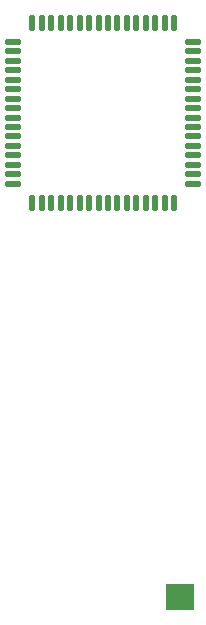
<source format=gbr>
%TF.GenerationSoftware,KiCad,Pcbnew,7.0.2*%
%TF.CreationDate,2023-05-23T14:23:01-07:00*%
%TF.ProjectId,CW308T_87C51,43573330-3854-45f3-9837-4335312e6b69,rev?*%
%TF.SameCoordinates,Original*%
%TF.FileFunction,Paste,Top*%
%TF.FilePolarity,Positive*%
%FSLAX46Y46*%
G04 Gerber Fmt 4.6, Leading zero omitted, Abs format (unit mm)*
G04 Created by KiCad (PCBNEW 7.0.2) date 2023-05-23 14:23:01*
%MOMM*%
%LPD*%
G01*
G04 APERTURE LIST*
%ADD10R,0.635000X1.270000*%
%ADD11O,0.550000X1.450000*%
%ADD12O,1.450000X0.550000*%
G04 APERTURE END LIST*
%TO.C,SJ1*%
G36*
X76980000Y25200000D02*
G01*
X79420000Y25200000D01*
X79420000Y27400000D01*
X76980000Y27400000D01*
X76980000Y25200000D01*
G37*
%TD*%
D10*
%TO.C,SJ1*%
X77788100Y26300000D03*
X78611900Y26300000D03*
%TD*%
D11*
%TO.C,U3*%
X77700020Y74899980D03*
X76900020Y74899980D03*
X76099980Y74899980D03*
X75299980Y74899980D03*
X74499980Y74899980D03*
X73699980Y74899980D03*
X72899980Y74899980D03*
X72099980Y74899980D03*
X71299980Y74899980D03*
X70499990Y74899980D03*
X69699990Y74899980D03*
X68899990Y74899980D03*
X68099990Y74899980D03*
X67299990Y74899980D03*
X66499990Y74899980D03*
X65700000Y74899980D03*
D12*
X64100000Y73299980D03*
X64100000Y72499980D03*
X64100000Y71699980D03*
X64100000Y70899990D03*
X64100000Y70099990D03*
X64100000Y69299990D03*
X64100000Y68499990D03*
X64100000Y67699990D03*
X64100000Y66899990D03*
X64100000Y66100000D03*
X64100000Y65300000D03*
X64100000Y64500000D03*
X64100000Y63700000D03*
X64100000Y62900000D03*
X64100000Y62100000D03*
X64100000Y61300000D03*
D11*
X65700000Y59700010D03*
X66499990Y59700010D03*
X67299990Y59700010D03*
X68099990Y59700010D03*
X68899990Y59700010D03*
X69699990Y59700010D03*
X70499990Y59700010D03*
X71299980Y59700010D03*
X72099980Y59700010D03*
X72899980Y59700010D03*
X73699980Y59700010D03*
X74499980Y59700010D03*
X75299980Y59700010D03*
X76099980Y59700010D03*
X76900020Y59700010D03*
X77700020Y59700010D03*
D12*
X79300020Y61300000D03*
X79300020Y62100000D03*
X79300020Y62900000D03*
X79300020Y63700000D03*
X79300020Y64500000D03*
X79300020Y65300000D03*
X79300020Y66100000D03*
X79300020Y66899990D03*
X79300020Y67699990D03*
X79300020Y68499990D03*
X79300020Y69299990D03*
X79300020Y70099990D03*
X79300020Y70899990D03*
X79300020Y71699980D03*
X79300020Y72499980D03*
X79300020Y73299980D03*
%TD*%
M02*

</source>
